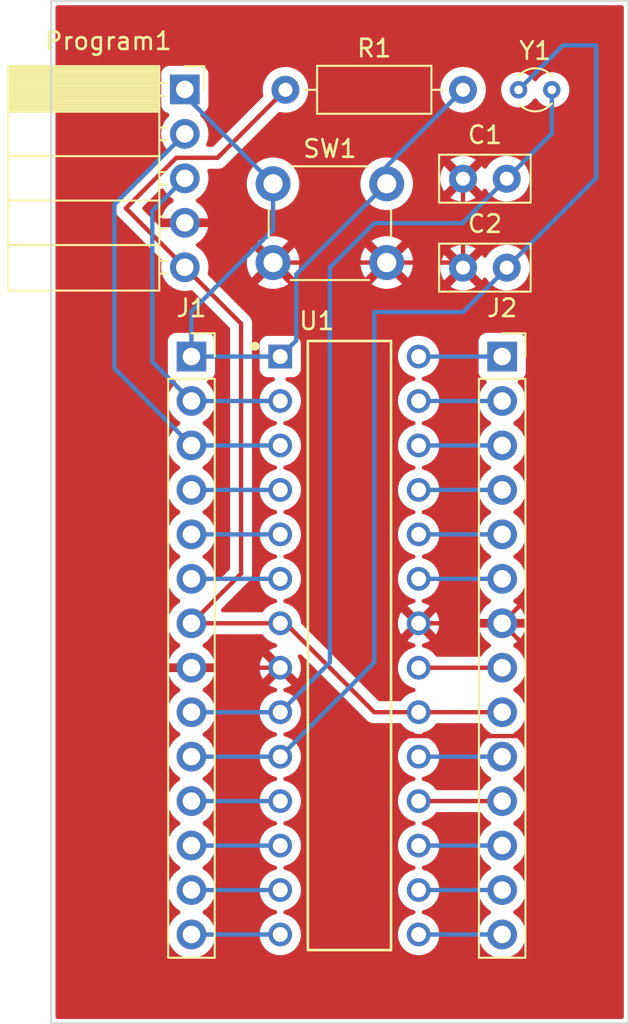
<source format=kicad_pcb>
(kicad_pcb (version 20221018) (generator pcbnew)
  (layers (0 "F.Cu" signal) (31 "B.Cu" signal) (34 "B.Paste" user) (35 "F.Paste" user) (36 "B.SilkS" user "B.Silkscreen") (37 "F.SilkS" user "F.Silkscreen") (38 "B.Mask" user) (39 "F.Mask" user) (44 "Edge.Cuts" user))
  (net 0 "")
  (net 1 "GND")
  (net 2 "/XTAL1")
  (net 3 "/XTAL2")
  (net 4 "/RST")
  (net 5 "/RXD")
  (net 6 "/TXD")
  (net 7 "/D02")
  (net 8 "/D03")
  (net 9 "/D04")
  (net 10 "+5V")
  (net 11 "/D05")
  (net 12 "/D06")
  (net 13 "/D07")
  (net 14 "/D08")
  (net 15 "/ADC5")
  (net 16 "/ADC4")
  (net 17 "/ADC3")
  (net 18 "/ADC2")
  (net 19 "/ADC1")
  (net 20 "/ADC0")
  (net 21 "/AREF")
  (net 22 "/D13")
  (net 23 "/D12")
  (net 24 "/D11")
  (net 25 "/D10")
  (net 26 "/D09")
  (footprint "Capacitor_THT:C_Disc_D5.0mm_W2.5mm_P2.50mm" (layer "F.Cu") (at 175.97 66.04)
    (fp_text reference "C1" (at 1.25 -2.5) (layer "F.SilkS"))
    (fp_text value "22 PF")
    (fp_line (start -1.37 -1.37) (end -1.37 1.37) (stroke (width 0.12)) (layer "F.SilkS"))
    (fp_line (start -1.37 -1.37) (end 3.87 -1.37) (stroke (width 0.12)) (layer "F.SilkS"))
    (fp_line (start -1.37 1.37) (end 3.87 1.37) (stroke (width 0.12)) (layer "F.SilkS"))
    (fp_line (start 3.87 -1.37) (end 3.87 1.37) (stroke (width 0.12)) (layer "F.SilkS"))
    (pad "1" thru_hole circle (at 0 0) (size 1.6 1.6) (drill 0.8) (layers "*.Cu" "*.Mask") (net 1 "GND"))
    (pad "2" thru_hole circle (at 2.5 0) (size 1.6 1.6) (drill 0.8) (layers "*.Cu" "*.Mask") (net 2 "/XTAL1"))
  )
  (footprint "Connector_PinSocket_2.54mm:PinSocket_1x05_P2.54mm_Horizontal" (layer "F.Cu") (at 160.05 60.94)
    (fp_text reference "Program1" (at -4.38 -2.77) (layer "F.SilkS"))
    (fp_text value "PINHD_1x5_Female")
    (fp_line (start -10.09 -1.33) (end -10.09 11.49) (stroke (width 0.12)) (layer "F.SilkS"))
    (fp_line (start -10.09 -1.33) (end -1.46 -1.33) (stroke (width 0.12)) (layer "F.SilkS"))
    (fp_line (start -10.09 -1.21) (end -1.46 -1.21) (stroke (width 0.12)) (layer "F.SilkS"))
    (fp_line (start -10.09 -1.091905) (end -1.46 -1.091905) (stroke (width 0.12)) (layer "F.SilkS"))
    (fp_line (start -10.09 -0.97381) (end -1.46 -0.97381) (stroke (width 0.12)) (layer "F.SilkS"))
    (fp_line (start -10.09 -0.855715) (end -1.46 -0.855715) (stroke (width 0.12)) (layer "F.SilkS"))
    (fp_line (start -10.09 -0.73762) (end -1.46 -0.73762) (stroke (width 0.12)) (layer "F.SilkS"))
    (fp_line (start -10.09 -0.619525) (end -1.46 -0.619525) (stroke (width 0.12)) (layer "F.SilkS"))
    (fp_line (start -10.09 -0.50143) (end -1.46 -0.50143) (stroke (width 0.12)) (layer "F.SilkS"))
    (fp_line (start -10.09 -0.383335) (end -1.46 -0.383335) (stroke (width 0.12)) (layer "F.SilkS"))
    (fp_line (start -10.09 -0.26524) (end -1.46 -0.26524) (stroke (width 0.12)) (layer "F.SilkS"))
    (fp_line (start -10.09 -0.147145) (end -1.46 -0.147145) (stroke (width 0.12)) (layer "F.SilkS"))
    (fp_line (start -10.09 -0.02905) (end -1.46 -0.02905) (stroke (width 0.12)) (layer "F.SilkS"))
    (fp_line (start -10.09 0.089045) (end -1.46 0.089045) (stroke (width 0.12)) (layer "F.SilkS"))
    (fp_line (start -10.09 0.20714) (end -1.46 0.20714) (stroke (width 0.12)) (layer "F.SilkS"))
    (fp_line (start -10.09 0.325235) (end -1.46 0.325235) (stroke (width 0.12)) (layer "F.SilkS"))
    (fp_line (start -10.09 0.44333) (end -1.46 0.44333) (stroke (width 0.12)) (layer "F.SilkS"))
    (fp_line (start -10.09 0.561425) (end -1.46 0.561425) (stroke (width 0.12)) (layer "F.SilkS"))
    (fp_line (start -10.09 0.67952) (end -1.46 0.67952) (stroke (width 0.12)) (layer "F.SilkS"))
    (fp_line (start -10.09 0.797615) (end -1.46 0.797615) (stroke (width 0.12)) (layer "F.SilkS"))
    (fp_line (start -10.09 0.91571) (end -1.46 0.91571) (stroke (width 0.12)) (layer "F.SilkS"))
    (fp_line (start -10.09 1.033805) (end -1.46 1.033805) (stroke (width 0.12)) (layer "F.SilkS"))
    (fp_line (start -10.09 1.1519) (end -1.46 1.1519) (stroke (width 0.12)) (layer "F.SilkS"))
    (fp_line (start -10.09 1.27) (end -1.46 1.27) (stroke (width 0.12)) (layer "F.SilkS"))
    (fp_line (start -10.09 3.81) (end -1.46 3.81) (stroke (width 0.12)) (layer "F.SilkS"))
    (fp_line (start -10.09 6.35) (end -1.46 6.35) (stroke (width 0.12)) (layer "F.SilkS"))
    (fp_line (start -10.09 8.89) (end -1.46 8.89) (stroke (width 0.12)) (layer "F.SilkS"))
    (fp_line (start -10.09 11.49) (end -1.46 11.49) (stroke (width 0.12)) (layer "F.SilkS"))
    (fp_line (start -1.46 -1.33) (end -1.46 11.49) (stroke (width 0.12)) (layer "F.SilkS"))
    (fp_line (start -1.46 -0.36) (end -1.11 -0.36) (stroke (width 0.12)) (layer "F.SilkS"))
    (fp_line (start -1.46 0.36) (end -1.11 0.36) (stroke (width 0.12)) (layer "F.SilkS"))
    (fp_line (start -1.46 2.18) (end -1.05 2.18) (stroke (width 0.12)) (layer "F.SilkS"))
    (fp_line (start -1.46 2.9) (end -1.05 2.9) (stroke (width 0.12)) (layer "F.SilkS"))
    (fp_line (start -1.46 4.72) (end -1.05 4.72) (stroke (width 0.12)) (layer "F.SilkS"))
    (fp_line (start -1.46 5.44) (end -1.05 5.44) (stroke (width 0.12)) (layer "F.SilkS"))
    (fp_line (start -1.46 7.26) (end -1.05 7.26) (stroke (width 0.12)) (layer "F.SilkS"))
    (fp_line (start -1.46 7.98) (end -1.05 7.98) (stroke (width 0.12)) (layer "F.SilkS"))
    (fp_line (start -1.46 9.8) (end -1.05 9.8) (stroke (width 0.12)) (layer "F.SilkS"))
    (fp_line (start -1.46 10.52) (end -1.05 10.52) (stroke (width 0.12)) (layer "F.SilkS"))
    (fp_line (start 0 -1.33) (end 1.11 -1.33) (stroke (width 0.12)) (layer "F.SilkS"))
    (fp_line (start 1.11 -1.33) (end 1.11 0) (stroke (width 0.12)) (layer "F.SilkS"))
    (pad "1" thru_hole rect (at 0 0) (size 1.7 1.7) (drill 1) (layers "*.Cu" "*.Mask") (net 4 "/RST"))
    (pad "2" thru_hole oval (at 0 2.54) (size 1.7 1.7) (drill 1) (layers "*.Cu" "*.Mask") (net 6 "/TXD"))
    (pad "3" thru_hole oval (at 0 5.08) (size 1.7 1.7) (drill 1) (layers "*.Cu" "*.Mask") (net 5 "/RXD"))
    (pad "4" thru_hole oval (at 0 7.62) (size 1.7 1.7) (drill 1) (layers "*.Cu" "*.Mask") (net 1 "GND"))
    (pad "5" thru_hole oval (at 0 10.16) (size 1.7 1.7) (drill 1) (layers "*.Cu" "*.Mask") (net 10 "+5V"))
  )
  (footprint "Connector_PinSocket_2.54mm:PinSocket_1x14_P2.54mm_Vertical" (layer "F.Cu") (at 160.43 76.2)
    (fp_text reference "J1" (at 0 -2.77) (layer "F.SilkS"))
    (fp_text value "PINHD_1x14_Female")
    (fp_line (start -1.33 1.27) (end -1.33 34.35) (stroke (width 0.12)) (layer "F.SilkS"))
    (fp_line (start -1.33 1.27) (end 1.33 1.27) (stroke (width 0.12)) (layer "F.SilkS"))
    (fp_line (start -1.33 34.35) (end 1.33 34.35) (stroke (width 0.12)) (layer "F.SilkS"))
    (fp_line (start 0 -1.33) (end 1.33 -1.33) (stroke (width 0.12)) (layer "F.SilkS"))
    (fp_line (start 1.33 -1.33) (end 1.33 0) (stroke (width 0.12)) (layer "F.SilkS"))
    (fp_line (start 1.33 1.27) (end 1.33 34.35) (stroke (width 0.12)) (layer "F.SilkS"))
    (pad "1" thru_hole rect (at 0 0) (size 1.7 1.7) (drill 1) (layers "*.Cu" "*.Mask") (net 4 "/RST"))
    (pad "2" thru_hole oval (at 0 2.54) (size 1.7 1.7) (drill 1) (layers "*.Cu" "*.Mask") (net 5 "/RXD"))
    (pad "3" thru_hole oval (at 0 5.08) (size 1.7 1.7) (drill 1) (layers "*.Cu" "*.Mask") (net 6 "/TXD"))
    (pad "4" thru_hole oval (at 0 7.62) (size 1.7 1.7) (drill 1) (layers "*.Cu" "*.Mask") (net 7 "/D02"))
    (pad "5" thru_hole oval (at 0 10.16) (size 1.7 1.7) (drill 1) (layers "*.Cu" "*.Mask") (net 8 "/D03"))
    (pad "6" thru_hole oval (at 0 12.7) (size 1.7 1.7) (drill 1) (layers "*.Cu" "*.Mask") (net 9 "/D04"))
    (pad "7" thru_hole oval (at 0 15.24) (size 1.7 1.7) (drill 1) (layers "*.Cu" "*.Mask") (net 10 "+5V"))
    (pad "8" thru_hole oval (at 0 17.78) (size 1.7 1.7) (drill 1) (layers "*.Cu" "*.Mask") (net 1 "GND"))
    (pad "9" thru_hole oval (at 0 20.32) (size 1.7 1.7) (drill 1) (layers "*.Cu" "*.Mask") (net 2 "/XTAL1"))
    (pad "10" thru_hole oval (at 0 22.86) (size 1.7 1.7) (drill 1) (layers "*.Cu" "*.Mask") (net 3 "/XTAL2"))
    (pad "11" thru_hole oval (at 0 25.4) (size 1.7 1.7) (drill 1) (layers "*.Cu" "*.Mask") (net 11 "/D05"))
    (pad "12" thru_hole oval (at 0 27.94) (size 1.7 1.7) (drill 1) (layers "*.Cu" "*.Mask") (net 12 "/D06"))
    (pad "13" thru_hole oval (at 0 30.48) (size 1.7 1.7) (drill 1) (layers "*.Cu" "*.Mask") (net 13 "/D07"))
    (pad "14" thru_hole oval (at 0 33.02) (size 1.7 1.7) (drill 1) (layers "*.Cu" "*.Mask") (net 14 "/D08"))
  )
  (footprint "Capacitor_THT:C_Disc_D5.0mm_W2.5mm_P2.50mm" (layer "F.Cu") (at 175.97 71.12)
    (fp_text reference "C2" (at 1.25 -2.5) (layer "F.SilkS"))
    (fp_text value "22 PF")
    (fp_line (start -1.37 -1.37) (end -1.37 1.37) (stroke (width 0.12)) (layer "F.SilkS"))
    (fp_line (start -1.37 -1.37) (end 3.87 -1.37) (stroke (width 0.12)) (layer "F.SilkS"))
    (fp_line (start -1.37 1.37) (end 3.87 1.37) (stroke (width 0.12)) (layer "F.SilkS"))
    (fp_line (start 3.87 -1.37) (end 3.87 1.37) (stroke (width 0.12)) (layer "F.SilkS"))
    (pad "1" thru_hole circle (at 0 0) (size 1.6 1.6) (drill 0.8) (layers "*.Cu" "*.Mask") (net 1 "GND"))
    (pad "2" thru_hole circle (at 2.5 0) (size 1.6 1.6) (drill 0.8) (layers "*.Cu" "*.Mask") (net 3 "/XTAL2"))
  )
  (footprint "ATMEGA328P-PU:DIP794W46P254L2967H457Q28B" (layer "F.Cu") (at 169.47 92.71)
    (fp_text reference "U1" (at -1.867145 -18.540495) (layer "F.SilkS") (effects (font (size 1.000622 1.000622))))
    (fp_text value "ATMEGA328P-PU")
    (fp_line (start -2.38 -17.4) (end -2.38 17.4) (stroke (width 0.1524)) (layer "F.SilkS"))
    (fp_line (start 2.38 -17.4) (end -2.38 -17.4) (stroke (width 0.1524)) (layer "F.SilkS"))
    (fp_line (start 2.38 17.4) (end -2.38 17.4) (stroke (width 0.1524)) (layer "F.SilkS"))
    (fp_line (start 2.38 17.4) (end 2.38 -17.4) (stroke (width 0.1524)) (layer "F.SilkS"))
    (fp_circle (center -5.4 -17.1) (end -5.146 -17.1) (fill solid) (layer "F.SilkS"))
    (pad "1" thru_hole rect (at -3.96 -16.51) (size 1.358 1.358) (drill 0.85) (layers "*.Cu" "*.Mask") (net 4 "/RST"))
    (pad "2" thru_hole circle (at -3.96 -13.97) (size 1.358 1.358) (drill 0.85) (layers "*.Cu" "*.Mask") (net 5 "/RXD"))
    (pad "3" thru_hole circle (at -3.96 -11.43) (size 1.358 1.358) (drill 0.85) (layers "*.Cu" "*.Mask") (net 6 "/TXD"))
    (pad "4" thru_hole circle (at -3.96 -8.89) (size 1.358 1.358) (drill 0.85) (layers "*.Cu" "*.Mask") (net 7 "/D02"))
    (pad "5" thru_hole circle (at -3.96 -6.35) (size 1.358 1.358) (drill 0.85) (layers "*.Cu" "*.Mask") (net 8 "/D03"))
    (pad "6" thru_hole circle (at -3.96 -3.81) (size 1.358 1.358) (drill 0.85) (layers "*.Cu" "*.Mask") (net 9 "/D04"))
    (pad "7" thru_hole circle (at -3.96 -1.27) (size 1.358 1.358) (drill 0.85) (layers "*.Cu" "*.Mask") (net 10 "+5V"))
    (pad "8" thru_hole circle (at -3.96 1.27) (size 1.358 1.358) (drill 0.85) (layers "*.Cu" "*.Mask") (net 1 "GND"))
    (pad "9" thru_hole circle (at -3.96 3.81) (size 1.358 1.358) (drill 0.85) (layers "*.Cu" "*.Mask") (net 2 "/XTAL1"))
    (pad "10" thru_hole circle (at -3.96 6.35) (size 1.358 1.358) (drill 0.85) (layers "*.Cu" "*.Mask") (net 3 "/XTAL2"))
    (pad "11" thru_hole circle (at -3.96 8.89) (size 1.358 1.358) (drill 0.85) (layers "*.Cu" "*.Mask") (net 11 "/D05"))
    (pad "12" thru_hole circle (at -3.96 11.43) (size 1.358 1.358) (drill 0.85) (layers "*.Cu" "*.Mask") (net 12 "/D06"))
    (pad "13" thru_hole circle (at -3.96 13.97) (size 1.358 1.358) (drill 0.85) (layers "*.Cu" "*.Mask") (net 13 "/D07"))
    (pad "14" thru_hole circle (at -3.96 16.51) (size 1.358 1.358) (drill 0.85) (layers "*.Cu" "*.Mask") (net 14 "/D08"))
    (pad "15" thru_hole circle (at 3.96 16.51) (size 1.358 1.358) (drill 0.85) (layers "*.Cu" "*.Mask") (net 26 "/D09"))
    (pad "16" thru_hole circle (at 3.96 13.97) (size 1.358 1.358) (drill 0.85) (layers "*.Cu" "*.Mask") (net 25 "/D10"))
    (pad "17" thru_hole circle (at 3.96 11.43) (size 1.358 1.358) (drill 0.85) (layers "*.Cu" "*.Mask") (net 24 "/D11"))
    (pad "18" thru_hole circle (at 3.96 8.89) (size 1.358 1.358) (drill 0.85) (layers "*.Cu" "*.Mask") (net 23 "/D12"))
    (pad "19" thru_hole circle (at 3.96 6.35) (size 1.358 1.358) (drill 0.85) (layers "*.Cu" "*.Mask") (net 22 "/D13"))
    (pad "20" thru_hole circle (at 3.96 3.81) (size 1.358 1.358) (drill 0.85) (layers "*.Cu" "*.Mask") (net 10 "+5V"))
    (pad "21" thru_hole circle (at 3.96 1.27) (size 1.358 1.358) (drill 0.85) (layers "*.Cu" "*.Mask") (net 21 "/AREF"))
    (pad "22" thru_hole circle (at 3.96 -1.27) (size 1.358 1.358) (drill 0.85) (layers "*.Cu" "*.Mask") (net 1 "GND"))
    (pad "23" thru_hole circle (at 3.96 -3.81) (size 1.358 1.358) (drill 0.85) (layers "*.Cu" "*.Mask") (net 20 "/ADC0"))
    (pad "24" thru_hole circle (at 3.96 -6.35) (size 1.358 1.358) (drill 0.85) (layers "*.Cu" "*.Mask") (net 19 "/ADC1"))
    (pad "25" thru_hole circle (at 3.96 -8.89) (size 1.358 1.358) (drill 0.85) (layers "*.Cu" "*.Mask") (net 18 "/ADC2"))
    (pad "26" thru_hole circle (at 3.96 -11.43) (size 1.358 1.358) (drill 0.85) (layers "*.Cu" "*.Mask") (net 17 "/ADC3"))
    (pad "27" thru_hole circle (at 3.96 -13.97) (size 1.358 1.358) (drill 0.85) (layers "*.Cu" "*.Mask") (net 16 "/ADC4"))
    (pad "28" thru_hole circle (at 3.96 -16.51) (size 1.358 1.358) (drill 0.85) (layers "*.Cu" "*.Mask") (net 15 "/ADC5"))
  )
  (footprint "Resistor_THT:R_Axial_DIN0207_L6.3mm_D2.5mm_P10.16mm_Horizontal" (layer "F.Cu") (at 165.81 60.96)
    (fp_text reference "R1" (at 5.08 -2.37) (layer "F.SilkS"))
    (fp_text value "10K")
    (fp_line (start 1.04 0) (end 1.81 0) (stroke (width 0.12)) (layer "F.SilkS"))
    (fp_line (start 1.81 -1.37) (end 1.81 1.37) (stroke (width 0.12)) (layer "F.SilkS"))
    (fp_line (start 1.81 1.37) (end 8.35 1.37) (stroke (width 0.12)) (layer "F.SilkS"))
    (fp_line (start 8.35 -1.37) (end 1.81 -1.37) (stroke (width 0.12)) (layer "F.SilkS"))
    (fp_line (start 8.35 1.37) (end 8.35 -1.37) (stroke (width 0.12)) (layer "F.SilkS"))
    (fp_line (start 9.12 0) (end 8.35 0) (stroke (width 0.12)) (layer "F.SilkS"))
    (pad "1" thru_hole circle (at 0 0) (size 1.6 1.6) (drill 0.8) (layers "*.Cu" "*.Mask") (net 10 "+5V"))
    (pad "2" thru_hole oval (at 10.16 0) (size 1.6 1.6) (drill 0.8) (layers "*.Cu" "*.Mask") (net 4 "/RST"))
  )
  (footprint "Crystal:Crystal_C26-LF_D2.1mm_L6.5mm_Vertical" (layer "F.Cu") (at 179.15 60.96)
    (fp_text reference "Y1" (at 0.95 -2.23) (layer "F.SilkS"))
    (fp_text value "Crystal")
    (fp_arc (start 0 -0.781281) (mid 0.949655 -1.23) (end 1.899561 -0.781814) (stroke (width 0.12)) (layer "F.SilkS"))
    (fp_arc (start 1.899561 0.781814) (mid 0.949655 1.23) (end 0 0.781281) (stroke (width 0.12)) (layer "F.SilkS"))
    (pad "1" thru_hole circle (at 0 0) (size 1 1) (drill 0.5) (layers "*.Cu" "*.Mask") (net 3 "/XTAL2"))
    (pad "2" thru_hole circle (at 1.9 0) (size 1 1) (drill 0.5) (layers "*.Cu" "*.Mask") (net 2 "/XTAL1"))
  )
  (footprint "Connector_PinSocket_2.54mm:PinSocket_1x14_P2.54mm_Vertical" (layer "F.Cu") (at 178.21 76.2)
    (fp_text reference "J2" (at 0 -2.77) (layer "F.SilkS"))
    (fp_text value "PINHD_1x14_Female")
    (fp_line (start -1.33 1.27) (end -1.33 34.35) (stroke (width 0.12)) (layer "F.SilkS"))
    (fp_line (start -1.33 1.27) (end 1.33 1.27) (stroke (width 0.12)) (layer "F.SilkS"))
    (fp_line (start -1.33 34.35) (end 1.33 34.35) (stroke (width 0.12)) (layer "F.SilkS"))
    (fp_line (start 0 -1.33) (end 1.33 -1.33) (stroke (width 0.12)) (layer "F.SilkS"))
    (fp_line (start 1.33 -1.33) (end 1.33 0) (stroke (width 0.12)) (layer "F.SilkS"))
    (fp_line (start 1.33 1.27) (end 1.33 34.35) (stroke (width 0.12)) (layer "F.SilkS"))
    (pad "1" thru_hole rect (at 0 0) (size 1.7 1.7) (drill 1) (layers "*.Cu" "*.Mask") (net 15 "/ADC5"))
    (pad "2" thru_hole oval (at 0 2.54) (size 1.7 1.7) (drill 1) (layers "*.Cu" "*.Mask") (net 16 "/ADC4"))
    (pad "3" thru_hole oval (at 0 5.08) (size 1.7 1.7) (drill 1) (layers "*.Cu" "*.Mask") (net 17 "/ADC3"))
    (pad "4" thru_hole oval (at 0 7.62) (size 1.7 1.7) (drill 1) (layers "*.Cu" "*.Mask") (net 18 "/ADC2"))
    (pad "5" thru_hole oval (at 0 10.16) (size 1.7 1.7) (drill 1) (layers "*.Cu" "*.Mask") (net 19 "/ADC1"))
    (pad "6" thru_hole oval (at 0 12.7) (size 1.7 1.7) (drill 1) (layers "*.Cu" "*.Mask") (net 20 "/ADC0"))
    (pad "7" thru_hole oval (at 0 15.24) (size 1.7 1.7) (drill 1) (layers "*.Cu" "*.Mask") (net 1 "GND"))
    (pad "8" thru_hole oval (at 0 17.78) (size 1.7 1.7) (drill 1) (layers "*.Cu" "*.Mask") (net 21 "/AREF"))
    (pad "9" thru_hole oval (at 0 20.32) (size 1.7 1.7) (drill 1) (layers "*.Cu" "*.Mask") (net 10 "+5V"))
    (pad "10" thru_hole oval (at 0 22.86) (size 1.7 1.7) (drill 1) (layers "*.Cu" "*.Mask") (net 22 "/D13"))
    (pad "11" thru_hole oval (at 0 25.4) (size 1.7 1.7) (drill 1) (layers "*.Cu" "*.Mask") (net 23 "/D12"))
    (pad "12" thru_hole oval (at 0 27.94) (size 1.7 1.7) (drill 1) (layers "*.Cu" "*.Mask") (net 24 "/D11"))
    (pad "13" thru_hole oval (at 0 30.48) (size 1.7 1.7) (drill 1) (layers "*.Cu" "*.Mask") (net 25 "/D10"))
    (pad "14" thru_hole oval (at 0 33.02) (size 1.7 1.7) (drill 1) (layers "*.Cu" "*.Mask") (net 26 "/D09"))
  )
  (footprint "Button_Switch_THT:SW_PUSH_6mm" (layer "F.Cu") (at 165.1 66.33)
    (fp_text reference "SW1" (at 3.25 -2) (layer "F.SilkS"))
    (fp_text value "Push_Button")
    (fp_line (start -0.25 1.5) (end -0.25 3) (stroke (width 0.12)) (layer "F.SilkS"))
    (fp_line (start 1 5.5) (end 5.5 5.5) (stroke (width 0.12)) (layer "F.SilkS"))
    (fp_line (start 5.5 -1) (end 1 -1) (stroke (width 0.12)) (layer "F.SilkS"))
    (fp_line (start 6.75 3) (end 6.75 1.5) (stroke (width 0.12)) (layer "F.SilkS"))
    (pad "1" thru_hole circle (at 0 0 90) (size 2 2) (drill 1.1) (layers "*.Cu" "*.Mask") (net 4 "/RST"))
    (pad "1" thru_hole circle (at 6.5 0 90) (size 2 2) (drill 1.1) (layers "*.Cu" "*.Mask") (net 4 "/RST"))
    (pad "2" thru_hole circle (at 0 4.5 90) (size 2 2) (drill 1.1) (layers "*.Cu" "*.Mask") (net 1 "GND"))
    (pad "2" thru_hole circle (at 6.5 4.5 90) (size 2 2) (drill 1.1) (layers "*.Cu" "*.Mask") (net 1 "GND"))
  )
  (gr_rect locked (start 152.4 55.88) (end 185.42 114.3) (stroke (width 0.1)) (fill none) (layer "Edge.Cuts"))
  (segment (start 181.05 97.885) (end 181.05 94.28) (width 0.25) (layer "F.Cu") (net 1))
  (segment (start 175.97 71.12) (end 181.05 76.2) (width 0.25) (layer "F.Cu") (net 1))
  (segment (start 162.83 68.56) (end 165.1 70.83) (width 0.25) (layer "F.Cu") (net 1))
  (segment (start 169.415 97.885) (end 181.05 97.885) (width 0.25) (layer "F.Cu") (net 1))
  (segment (start 165.1 70.83) (end 171.6 70.83) (width 0.25) (layer "F.Cu") (net 1))
  (segment (start 160.43 93.98) (end 165.51 93.98) (width 0.25) (layer "F.Cu") (net 1))
  (segment (start 178.21 91.44) (end 173.43 91.44) (width 0.25) (layer "F.Cu") (net 1))
  (segment (start 165.51 93.98) (end 169.415 97.885) (width 0.25) (layer "F.Cu") (net 1))
  (segment (start 175.97 71.12) (end 175.97 66.04) (width 0.25) (layer "F.Cu") (net 1))
  (segment (start 175.68 70.83) (end 175.97 71.12) (width 0.25) (layer "F.Cu") (net 1))
  (segment (start 171.6 70.83) (end 175.68 70.83) (width 0.25) (layer "F.Cu") (net 1))
  (segment (start 160.05 68.56) (end 162.83 68.56) (width 0.25) (layer "F.Cu") (net 1))
  (segment (start 181.05 94.28) (end 178.21 91.44) (width 0.25) (layer "F.Cu") (net 1))
  (segment (start 181.05 88.6) (end 178.21 91.44) (width 0.25) (layer "F.Cu") (net 1))
  (segment (start 181.05 76.2) (end 181.05 88.6) (width 0.25) (layer "F.Cu") (net 1))
  (segment (start 175.97 68.54) (end 178.47 66.04) (width 0.25) (layer "B.Cu") (net 2))
  (segment (start 168.35 71.12) (end 170.89 68.58) (width 0.25) (layer "B.Cu") (net 2))
  (segment (start 181.05 63.46) (end 178.47 66.04) (width 0.25) (layer "B.Cu") (net 2))
  (segment (start 175.97 68.58) (end 175.97 68.54) (width 0.25) (layer "B.Cu") (net 2))
  (segment (start 165.51 96.52) (end 168.35 93.68) (width 0.25) (layer "B.Cu") (net 2))
  (segment (start 168.35 93.68) (end 168.35 71.12) (width 0.25) (layer "B.Cu") (net 2))
  (segment (start 181.05 60.96) (end 181.05 63.46) (width 0.25) (layer "B.Cu") (net 2))
  (segment (start 170.89 68.58) (end 175.97 68.58) (width 0.25) (layer "B.Cu") (net 2))
  (segment (start 160.43 96.52) (end 165.51 96.52) (width 0.25) (layer "B.Cu") (net 2))
  (segment (start 165.51 99.06) (end 170.89 93.68) (width 0.25) (layer "B.Cu") (net 3))
  (segment (start 170.89 73.66) (end 175.97 73.66) (width 0.25) (layer "B.Cu") (net 3))
  (segment (start 170.89 93.68) (end 170.89 73.66) (width 0.25) (layer "B.Cu") (net 3))
  (segment (start 183.59 66) (end 178.47 71.12) (width 0.25) (layer "B.Cu") (net 3))
  (segment (start 165.51 99.06) (end 160.43 99.06) (width 0.25) (layer "B.Cu") (net 3))
  (segment (start 175.97 73.66) (end 178.51 71.12) (width 0.25) (layer "B.Cu") (net 3))
  (segment (start 181.69 58.42) (end 183.59 58.42) (width 0.25) (layer "B.Cu") (net 3))
  (segment (start 179.15 60.96) (end 181.69 58.42) (width 0.25) (layer "B.Cu") (net 3))
  (segment (start 178.51 71.12) (end 178.47 71.12) (width 0.25) (layer "B.Cu") (net 3))
  (segment (start 183.59 58.42) (end 183.59 66) (width 0.25) (layer "B.Cu") (net 3))
  (segment (start 160.05 60.94) (end 160.05 61.28) (width 0.25) (layer "B.Cu") (net 4))
  (segment (start 165.51 76.2) (end 166.425 75.285) (width 0.25) (layer "B.Cu") (net 4))
  (segment (start 166.425 71.505) (end 171.6 66.33) (width 0.25) (layer "B.Cu") (net 4))
  (segment (start 160.43 76.2) (end 160.43 73.626167) (width 0.25) (layer "B.Cu") (net 4))
  (segment (start 160.05 61.28) (end 165.1 66.33) (width 0.25) (layer "B.Cu") (net 4))
  (segment (start 160.43 73.626167) (end 165.1 68.956167) (width 0.25) (layer "B.Cu") (net 4))
  (segment (start 171.6 65.33) (end 171.6 66.33) (width 0.25) (layer "B.Cu") (net 4))
  (segment (start 175.97 60.96) (end 171.6 65.33) (width 0.25) (layer "B.Cu") (net 4))
  (segment (start 165.51 76.2) (end 160.43 76.2) (width 0.25) (layer "B.Cu") (net 4))
  (segment (start 166.425 75.285) (end 166.425 71.505) (width 0.25) (layer "B.Cu") (net 4))
  (segment (start 165.1 68.956167) (end 165.1 66.33) (width 0.25) (layer "B.Cu") (net 4))
  (segment (start 158.19 67.88) (end 160.05 66.02) (width 0.25) (layer "B.Cu") (net 5))
  (segment (start 160.43 78.74) (end 165.51 78.74) (width 0.25) (layer "B.Cu") (net 5))
  (segment (start 158.19 76.5) (end 158.19 67.88) (width 0.25) (layer "B.Cu") (net 5))
  (segment (start 160.43 78.74) (end 158.19 76.5) (width 0.25) (layer "B.Cu") (net 5))
  (segment (start 160.05 63.48) (end 156.025 67.505) (width 0.25) (layer "B.Cu") (net 6))
  (segment (start 156.025 76.875) (end 160.43 81.28) (width 0.25) (layer "B.Cu") (net 6))
  (segment (start 165.51 81.28) (end 160.43 81.28) (width 0.25) (layer "B.Cu") (net 6))
  (segment (start 156.025 67.505) (end 156.025 76.875) (width 0.25) (layer "B.Cu") (net 6))
  (segment (start 165.51 83.82) (end 160.43 83.82) (width 0.25) (layer "B.Cu") (net 7))
  (segment (start 165.51 86.36) (end 160.43 86.36) (width 0.25) (layer "B.Cu") (net 8))
  (segment (start 165.51 88.9) (end 160.43 88.9) (width 0.25) (layer "B.Cu") (net 9))
  (segment (start 163.27 88.6) (end 163.27 74.32) (width 0.25) (layer "F.Cu") (net 10))
  (segment (start 160.43 91.44) (end 165.51 91.44) (width 0.25) (layer "F.Cu") (net 10))
  (segment (start 178.21 96.52) (end 173.43 96.52) (width 0.25) (layer "F.Cu") (net 10))
  (segment (start 165.81 60.96) (end 161.925 64.845) (width 0.25) (layer "F.Cu") (net 10))
  (segment (start 165.81 91.44) (end 165.51 91.44) (width 0.25) (layer "F.Cu") (net 10))
  (segment (start 156.67915 67.72915) (end 160.05 71.1) (width 0.25) (layer "F.Cu") (net 10))
  (segment (start 163.27 74.32) (end 160.05 71.1) (width 0.25) (layer "F.Cu") (net 10))
  (segment (start 173.43 96.52) (end 170.89 96.52) (width 0.25) (layer "F.Cu") (net 10))
  (segment (start 170.89 96.52) (end 165.81 91.44) (width 0.25) (layer "F.Cu") (net 10))
  (segment (start 160.43 91.44) (end 163.27 88.6) (width 0.25) (layer "F.Cu") (net 10))
  (segment (start 161.925 64.845) (end 159.563299 64.845) (width 0.25) (layer "F.Cu") (net 10))
  (segment (start 159.563299 64.845) (end 156.67915 67.72915) (width 0.25) (layer "F.Cu") (net 10))
  (segment (start 165.51 101.6) (end 160.43 101.6) (width 0.25) (layer "B.Cu") (net 11))
  (segment (start 165.51 104.14) (end 160.43 104.14) (width 0.25) (layer "B.Cu") (net 12))
  (segment (start 165.51 106.68) (end 160.43 106.68) (width 0.25) (layer "B.Cu") (net 13))
  (segment (start 165.51 109.22) (end 160.43 109.22) (width 0.25) (layer "B.Cu") (net 14))
  (segment (start 178.21 76.2) (end 173.43 76.2) (width 0.25) (layer "B.Cu") (net 15))
  (segment (start 178.21 78.74) (end 173.43 78.74) (width 0.25) (layer "B.Cu") (net 16))
  (segment (start 173.43 81.28) (end 178.21 81.28) (width 0.25) (layer "B.Cu") (net 17))
  (segment (start 173.43 83.82) (end 178.21 83.82) (width 0.25) (layer "B.Cu") (net 18))
  (segment (start 173.43 86.36) (end 178.21 86.36) (width 0.25) (layer "B.Cu") (net 19))
  (segment (start 173.43 88.9) (end 178.21 88.9) (width 0.25) (layer "B.Cu") (net 20))
  (segment (start 178.21 93.98) (end 173.43 93.98) (width 0.25) (layer "F.Cu") (net 21))
  (segment (start 173.43 99.06) (end 178.21 99.06) (width 0.25) (layer "B.Cu") (net 22))
  (segment (start 173.43 101.6) (end 178.21 101.6) (width 0.25) (layer "F.Cu") (net 23))
  (segment (start 173.43 104.14) (end 178.21 104.14) (width 0.25) (layer "B.Cu") (net 24))
  (segment (start 173.43 106.68) (end 178.21 106.68) (width 0.25) (layer "B.Cu") (net 25))
  (segment (start 173.43 109.22) (end 178.21 109.22) (width 0.25) (layer "B.Cu") (net 26))
  (zone (net 1) (net_name "GND") (layer "F.Cu") (connect_pads (clearance 0.5)) (min_thickness 0.25) (fill yes (thermal_gap 0.5) (thermal_bridge_width 0.5))
    (polygon (pts (xy 185.42 55.88) (xy 185.42 114.3) (xy 152.4 114.3) (xy 152.4 55.88) (xy 157.48 55.88)))
  )
)
</source>
